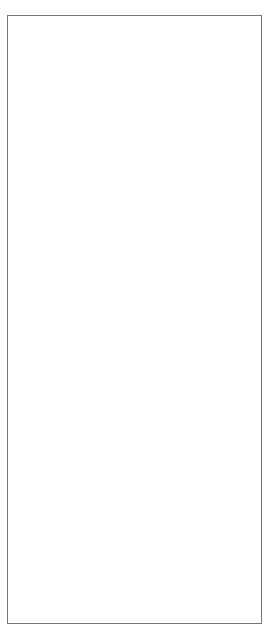
<source format=gbr>
%TF.GenerationSoftware,KiCad,Pcbnew,9.0.6*%
%TF.CreationDate,2025-12-02T19:28:56-05:00*%
%TF.ProjectId,DEVBOARD,44455642-4f41-4524-942e-6b696361645f,rev?*%
%TF.SameCoordinates,Original*%
%TF.FileFunction,Profile,NP*%
%FSLAX46Y46*%
G04 Gerber Fmt 4.6, Leading zero omitted, Abs format (unit mm)*
G04 Created by KiCad (PCBNEW 9.0.6) date 2025-12-02 19:28:56*
%MOMM*%
%LPD*%
G01*
G04 APERTURE LIST*
%TA.AperFunction,Profile*%
%ADD10C,0.050000*%
%TD*%
G04 APERTURE END LIST*
D10*
X138625000Y-74125000D02*
X160125000Y-74125000D01*
X160125000Y-125625000D01*
X138625000Y-125625000D01*
X138625000Y-74125000D01*
M02*

</source>
